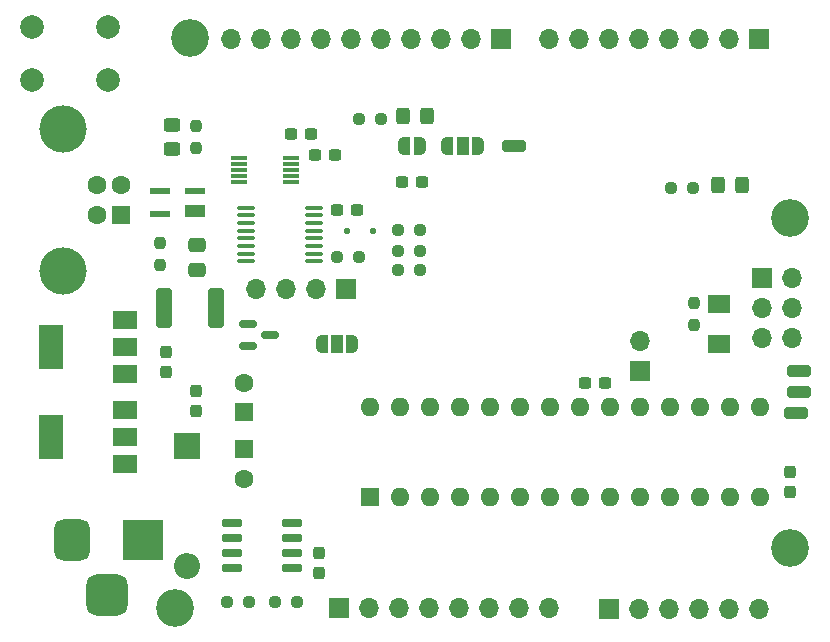
<source format=gbr>
%TF.GenerationSoftware,KiCad,Pcbnew,8.0.4*%
%TF.CreationDate,2024-10-26T11:39:00+11:00*%
%TF.ProjectId,INK-128DA28,494e4b2d-3132-4384-9441-32382e6b6963,1.1*%
%TF.SameCoordinates,Original*%
%TF.FileFunction,Soldermask,Top*%
%TF.FilePolarity,Negative*%
%FSLAX46Y46*%
G04 Gerber Fmt 4.6, Leading zero omitted, Abs format (unit mm)*
G04 Created by KiCad (PCBNEW 8.0.4) date 2024-10-26 11:39:00*
%MOMM*%
%LPD*%
G01*
G04 APERTURE LIST*
G04 Aperture macros list*
%AMRoundRect*
0 Rectangle with rounded corners*
0 $1 Rounding radius*
0 $2 $3 $4 $5 $6 $7 $8 $9 X,Y pos of 4 corners*
0 Add a 4 corners polygon primitive as box body*
4,1,4,$2,$3,$4,$5,$6,$7,$8,$9,$2,$3,0*
0 Add four circle primitives for the rounded corners*
1,1,$1+$1,$2,$3*
1,1,$1+$1,$4,$5*
1,1,$1+$1,$6,$7*
1,1,$1+$1,$8,$9*
0 Add four rect primitives between the rounded corners*
20,1,$1+$1,$2,$3,$4,$5,0*
20,1,$1+$1,$4,$5,$6,$7,0*
20,1,$1+$1,$6,$7,$8,$9,0*
20,1,$1+$1,$8,$9,$2,$3,0*%
%AMFreePoly0*
4,1,19,0.550000,-0.750000,0.000000,-0.750000,0.000000,-0.744911,-0.071157,-0.744911,-0.207708,-0.704816,-0.327430,-0.627875,-0.420627,-0.520320,-0.479746,-0.390866,-0.500000,-0.250000,-0.500000,0.250000,-0.479746,0.390866,-0.420627,0.520320,-0.327430,0.627875,-0.207708,0.704816,-0.071157,0.744911,0.000000,0.744911,0.000000,0.750000,0.550000,0.750000,0.550000,-0.750000,0.550000,-0.750000,
$1*%
%AMFreePoly1*
4,1,19,0.000000,0.744911,0.071157,0.744911,0.207708,0.704816,0.327430,0.627875,0.420627,0.520320,0.479746,0.390866,0.500000,0.250000,0.500000,-0.250000,0.479746,-0.390866,0.420627,-0.520320,0.327430,-0.627875,0.207708,-0.704816,0.071157,-0.744911,0.000000,-0.744911,0.000000,-0.750000,-0.550000,-0.750000,-0.550000,0.750000,0.000000,0.750000,0.000000,0.744911,0.000000,0.744911,
$1*%
%AMFreePoly2*
4,1,19,0.500000,-0.750000,0.000000,-0.750000,0.000000,-0.744911,-0.071157,-0.744911,-0.207708,-0.704816,-0.327430,-0.627875,-0.420627,-0.520320,-0.479746,-0.390866,-0.500000,-0.250000,-0.500000,0.250000,-0.479746,0.390866,-0.420627,0.520320,-0.327430,0.627875,-0.207708,0.704816,-0.071157,0.744911,0.000000,0.744911,0.000000,0.750000,0.500000,0.750000,0.500000,-0.750000,0.500000,-0.750000,
$1*%
%AMFreePoly3*
4,1,19,0.000000,0.744911,0.071157,0.744911,0.207708,0.704816,0.327430,0.627875,0.420627,0.520320,0.479746,0.390866,0.500000,0.250000,0.500000,-0.250000,0.479746,-0.390866,0.420627,-0.520320,0.327430,-0.627875,0.207708,-0.704816,0.071157,-0.744911,0.000000,-0.744911,0.000000,-0.750000,-0.500000,-0.750000,-0.500000,0.750000,0.000000,0.750000,0.000000,0.744911,0.000000,0.744911,
$1*%
G04 Aperture macros list end*
%ADD10FreePoly0,0.000000*%
%ADD11R,1.000000X1.500000*%
%ADD12FreePoly1,0.000000*%
%ADD13R,1.600000X1.600000*%
%ADD14C,1.600000*%
%ADD15RoundRect,0.237500X0.300000X0.237500X-0.300000X0.237500X-0.300000X-0.237500X0.300000X-0.237500X0*%
%ADD16RoundRect,0.237500X0.250000X0.237500X-0.250000X0.237500X-0.250000X-0.237500X0.250000X-0.237500X0*%
%ADD17O,1.600000X1.600000*%
%ADD18RoundRect,0.250000X-0.750000X0.250000X-0.750000X-0.250000X0.750000X-0.250000X0.750000X0.250000X0*%
%ADD19RoundRect,0.237500X-0.237500X0.300000X-0.237500X-0.300000X0.237500X-0.300000X0.237500X0.300000X0*%
%ADD20R,1.700000X1.700000*%
%ADD21O,1.700000X1.700000*%
%ADD22R,1.400000X0.300000*%
%ADD23C,3.200000*%
%ADD24C,2.000000*%
%ADD25C,4.000000*%
%ADD26RoundRect,0.237500X-0.237500X0.250000X-0.237500X-0.250000X0.237500X-0.250000X0.237500X0.250000X0*%
%ADD27RoundRect,0.125000X-0.125000X-0.125000X0.125000X-0.125000X0.125000X0.125000X-0.125000X0.125000X0*%
%ADD28RoundRect,0.100000X-0.637500X-0.100000X0.637500X-0.100000X0.637500X0.100000X-0.637500X0.100000X0*%
%ADD29RoundRect,0.237500X-0.250000X-0.237500X0.250000X-0.237500X0.250000X0.237500X-0.250000X0.237500X0*%
%ADD30RoundRect,0.250000X0.750000X-0.250000X0.750000X0.250000X-0.750000X0.250000X-0.750000X-0.250000X0*%
%ADD31R,3.500000X3.500000*%
%ADD32RoundRect,0.750000X-0.750000X-1.000000X0.750000X-1.000000X0.750000X1.000000X-0.750000X1.000000X0*%
%ADD33RoundRect,0.875000X-0.875000X-0.875000X0.875000X-0.875000X0.875000X0.875000X-0.875000X0.875000X0*%
%ADD34RoundRect,0.250000X0.325000X0.450000X-0.325000X0.450000X-0.325000X-0.450000X0.325000X-0.450000X0*%
%ADD35R,2.000000X1.500000*%
%ADD36R,2.000000X3.800000*%
%ADD37R,2.200000X2.200000*%
%ADD38O,2.200000X2.200000*%
%ADD39RoundRect,0.250000X0.400000X1.450000X-0.400000X1.450000X-0.400000X-1.450000X0.400000X-1.450000X0*%
%ADD40RoundRect,0.250000X-0.450000X0.325000X-0.450000X-0.325000X0.450000X-0.325000X0.450000X0.325000X0*%
%ADD41R,1.700000X1.000000*%
%ADD42R,1.700000X0.600000*%
%ADD43RoundRect,0.075080X-0.875720X0.675720X-0.875720X-0.675720X0.875720X-0.675720X0.875720X0.675720X0*%
%ADD44RoundRect,0.150000X-0.587500X-0.150000X0.587500X-0.150000X0.587500X0.150000X-0.587500X0.150000X0*%
%ADD45RoundRect,0.237500X0.237500X-0.300000X0.237500X0.300000X-0.237500X0.300000X-0.237500X-0.300000X0*%
%ADD46RoundRect,0.237500X-0.300000X-0.237500X0.300000X-0.237500X0.300000X0.237500X-0.300000X0.237500X0*%
%ADD47RoundRect,0.250000X-0.475000X0.337500X-0.475000X-0.337500X0.475000X-0.337500X0.475000X0.337500X0*%
%ADD48FreePoly2,0.000000*%
%ADD49FreePoly3,0.000000*%
%ADD50RoundRect,0.150000X-0.725000X-0.150000X0.725000X-0.150000X0.725000X0.150000X-0.725000X0.150000X0*%
G04 APERTURE END LIST*
D10*
%TO.C,JP1*%
X106396000Y-121158000D03*
D11*
X107696000Y-121158000D03*
D12*
X108996000Y-121158000D03*
%TD*%
D13*
%TO.C,C10*%
X99822000Y-126935113D03*
D14*
X99822000Y-124435113D03*
%TD*%
D15*
%TO.C,C2*%
X107542500Y-105156000D03*
X105817500Y-105156000D03*
%TD*%
D16*
%TO.C,R12*%
X109532500Y-113790000D03*
X107707500Y-113790000D03*
%TD*%
D13*
%TO.C,U3*%
X110490000Y-134112000D03*
D17*
X113030000Y-134112000D03*
X115570000Y-134112000D03*
X118110000Y-134112000D03*
X120650000Y-134112000D03*
X123190000Y-134112000D03*
X125730000Y-134112000D03*
X128270000Y-134112000D03*
X130810000Y-134112000D03*
X133350000Y-134112000D03*
X135890000Y-134112000D03*
X138430000Y-134112000D03*
X140970000Y-134112000D03*
X143510000Y-134112000D03*
X143510000Y-126492000D03*
X140970000Y-126492000D03*
X138430000Y-126492000D03*
X135890000Y-126492000D03*
X133350000Y-126492000D03*
X130810000Y-126492000D03*
X128270000Y-126492000D03*
X125730000Y-126492000D03*
X123190000Y-126492000D03*
X120650000Y-126492000D03*
X118110000Y-126492000D03*
X115570000Y-126492000D03*
X113030000Y-126492000D03*
X110490000Y-126492000D03*
%TD*%
D15*
%TO.C,C14*%
X109382500Y-109820000D03*
X107657500Y-109820000D03*
%TD*%
D18*
%TO.C,J3*%
X146812000Y-125222000D03*
%TD*%
D19*
%TO.C,C11*%
X93218000Y-121819500D03*
X93218000Y-123544500D03*
%TD*%
D20*
%TO.C,J6*%
X108500000Y-116490000D03*
D21*
X105960000Y-116490000D03*
X103420000Y-116490000D03*
X100880000Y-116490000D03*
%TD*%
D18*
%TO.C,J4*%
X146812000Y-123444000D03*
%TD*%
D22*
%TO.C,U2*%
X99400000Y-105426000D03*
X99400000Y-105926000D03*
X99400000Y-106426000D03*
X99400000Y-106926000D03*
X99400000Y-107426000D03*
X103800000Y-107426000D03*
X103800000Y-106926000D03*
X103800000Y-106426000D03*
X103800000Y-105926000D03*
X103800000Y-105426000D03*
%TD*%
D23*
%TO.C,@HOLE3*%
X93941107Y-143471107D03*
%TD*%
D24*
%TO.C,SW1*%
X81840000Y-94270000D03*
X88340000Y-94270000D03*
X81840000Y-98770000D03*
X88340000Y-98770000D03*
%TD*%
D13*
%TO.C,J1*%
X89376000Y-110196000D03*
D14*
X89376000Y-107696000D03*
X87376000Y-107696000D03*
X87376000Y-110196000D03*
D25*
X84516000Y-114946000D03*
X84516000Y-102946000D03*
%TD*%
D20*
%TO.C,AD0*%
X130707607Y-143534607D03*
D21*
X133247607Y-143534607D03*
X135787607Y-143534607D03*
X138327607Y-143534607D03*
X140867607Y-143534607D03*
X143407607Y-143534607D03*
%TD*%
D26*
%TO.C,R3*%
X92710000Y-112625500D03*
X92710000Y-114450500D03*
%TD*%
D16*
%TO.C,R11*%
X114704500Y-111506000D03*
X112879500Y-111506000D03*
%TD*%
D27*
%TO.C,D8*%
X108562500Y-111610000D03*
X110762500Y-111610000D03*
%TD*%
D20*
%TO.C,J8*%
X133350000Y-123444000D03*
D21*
X133350000Y-120904000D03*
%TD*%
D19*
%TO.C,C7*%
X146050000Y-131979500D03*
X146050000Y-133704500D03*
%TD*%
D28*
%TO.C,U7*%
X100027500Y-109585000D03*
X100027500Y-110235000D03*
X100027500Y-110885000D03*
X100027500Y-111535000D03*
X100027500Y-112185000D03*
X100027500Y-112835000D03*
X100027500Y-113485000D03*
X100027500Y-114135000D03*
X105752500Y-114135000D03*
X105752500Y-113485000D03*
X105752500Y-112835000D03*
X105752500Y-112185000D03*
X105752500Y-111535000D03*
X105752500Y-110885000D03*
X105752500Y-110235000D03*
X105752500Y-109585000D03*
%TD*%
D29*
%TO.C,R4*%
X109577500Y-102108000D03*
X111402500Y-102108000D03*
%TD*%
D16*
%TO.C,R7*%
X114704500Y-114900000D03*
X112879500Y-114900000D03*
%TD*%
D15*
%TO.C,C12*%
X105510500Y-103378000D03*
X103785500Y-103378000D03*
%TD*%
%TO.C,C8*%
X130402500Y-124460000D03*
X128677500Y-124460000D03*
%TD*%
D26*
%TO.C,R6*%
X137922000Y-117705500D03*
X137922000Y-119530500D03*
%TD*%
D30*
%TO.C,J7*%
X146558000Y-127000000D03*
%TD*%
D31*
%TO.C,J2*%
X91241607Y-137692607D03*
D32*
X85241607Y-137692607D03*
D33*
X88241607Y-142392607D03*
%TD*%
D34*
%TO.C,D6*%
X141995000Y-107696000D03*
X139945000Y-107696000D03*
%TD*%
D35*
%TO.C,U5*%
X89764000Y-123712000D03*
X89764000Y-121412000D03*
D36*
X83464000Y-121412000D03*
D35*
X89764000Y-119112000D03*
%TD*%
D37*
%TO.C,D5*%
X94996000Y-129794000D03*
D38*
X94996000Y-139954000D03*
%TD*%
D23*
%TO.C,@HOLE1*%
X146011107Y-138391107D03*
%TD*%
D39*
%TO.C,F1*%
X97475000Y-118110000D03*
X93025000Y-118110000D03*
%TD*%
D23*
%TO.C,@HOLE2*%
X95211107Y-95211107D03*
%TD*%
D40*
%TO.C,D3*%
X93726000Y-102607000D03*
X93726000Y-104657000D03*
%TD*%
D10*
%TO.C,JP2*%
X117034000Y-104394000D03*
D11*
X118334000Y-104394000D03*
D12*
X119634000Y-104394000D03*
%TD*%
D29*
%TO.C,R8*%
X112879500Y-113230000D03*
X114704500Y-113230000D03*
%TD*%
D41*
%TO.C,D1*%
X95670000Y-109890000D03*
D42*
X95670000Y-108190000D03*
X92670000Y-108190000D03*
X92670000Y-110090000D03*
%TD*%
D43*
%TO.C,D4*%
X140070000Y-121110000D03*
X140070000Y-117710000D03*
%TD*%
D44*
%TO.C,Q1*%
X100154500Y-119446000D03*
X100154500Y-121346000D03*
X102029500Y-120396000D03*
%TD*%
D35*
%TO.C,U4*%
X89764000Y-131332000D03*
X89764000Y-129032000D03*
D36*
X83464000Y-129032000D03*
D35*
X89764000Y-126732000D03*
%TD*%
D29*
%TO.C,R1*%
X98401500Y-143002000D03*
X100226500Y-143002000D03*
%TD*%
D20*
%TO.C,POWER0*%
X107845000Y-143525000D03*
D21*
X110385000Y-143525000D03*
X112925000Y-143525000D03*
X115465000Y-143525000D03*
X118005000Y-143525000D03*
X120545000Y-143525000D03*
X123085000Y-143525000D03*
X125625000Y-143525000D03*
%TD*%
D45*
%TO.C,C13*%
X95758000Y-126846500D03*
X95758000Y-125121500D03*
%TD*%
D23*
%TO.C,@HOLE0*%
X146011107Y-110451107D03*
%TD*%
D46*
%TO.C,C4*%
X113183500Y-107442000D03*
X114908500Y-107442000D03*
%TD*%
D47*
%TO.C,C1*%
X95850000Y-112754500D03*
X95850000Y-114829500D03*
%TD*%
D26*
%TO.C,R5*%
X95758000Y-102719500D03*
X95758000Y-104544500D03*
%TD*%
D29*
%TO.C,R2*%
X102465500Y-143002000D03*
X104290500Y-143002000D03*
%TD*%
D34*
%TO.C,D2*%
X115325000Y-101854000D03*
X113275000Y-101854000D03*
%TD*%
D29*
%TO.C,R9*%
X135993500Y-107950000D03*
X137818500Y-107950000D03*
%TD*%
D19*
%TO.C,C3*%
X106172000Y-138837500D03*
X106172000Y-140562500D03*
%TD*%
D20*
%TO.C,IOH0*%
X121570000Y-95280000D03*
D21*
X119030000Y-95280000D03*
X116490000Y-95280000D03*
X113950000Y-95280000D03*
X111410000Y-95280000D03*
X108870000Y-95280000D03*
X106330000Y-95280000D03*
X103790000Y-95280000D03*
X101250000Y-95280000D03*
X98710000Y-95280000D03*
%TD*%
D48*
%TO.C,JP5*%
X113396000Y-104394000D03*
D49*
X114696000Y-104394000D03*
%TD*%
D50*
%TO.C,U1*%
X98771000Y-136271000D03*
X98771000Y-137541000D03*
X98771000Y-138811000D03*
X98771000Y-140081000D03*
X103921000Y-140081000D03*
X103921000Y-138811000D03*
X103921000Y-137541000D03*
X103921000Y-136271000D03*
%TD*%
D13*
%TO.C,C9*%
X99822000Y-130048000D03*
D14*
X99822000Y-132548000D03*
%TD*%
D20*
%TO.C,ICSP0*%
X143660000Y-115590000D03*
D21*
X146200000Y-115590000D03*
X143660000Y-118130000D03*
X146200000Y-118130000D03*
X143660000Y-120670000D03*
X146200000Y-120670000D03*
%TD*%
D20*
%TO.C,IOL0*%
X143407607Y-95274607D03*
D21*
X140867607Y-95274607D03*
X138327607Y-95274607D03*
X135787607Y-95274607D03*
X133247607Y-95274607D03*
X130707607Y-95274607D03*
X128167607Y-95274607D03*
X125627607Y-95274607D03*
%TD*%
D30*
%TO.C,J5*%
X122700000Y-104380000D03*
%TD*%
M02*

</source>
